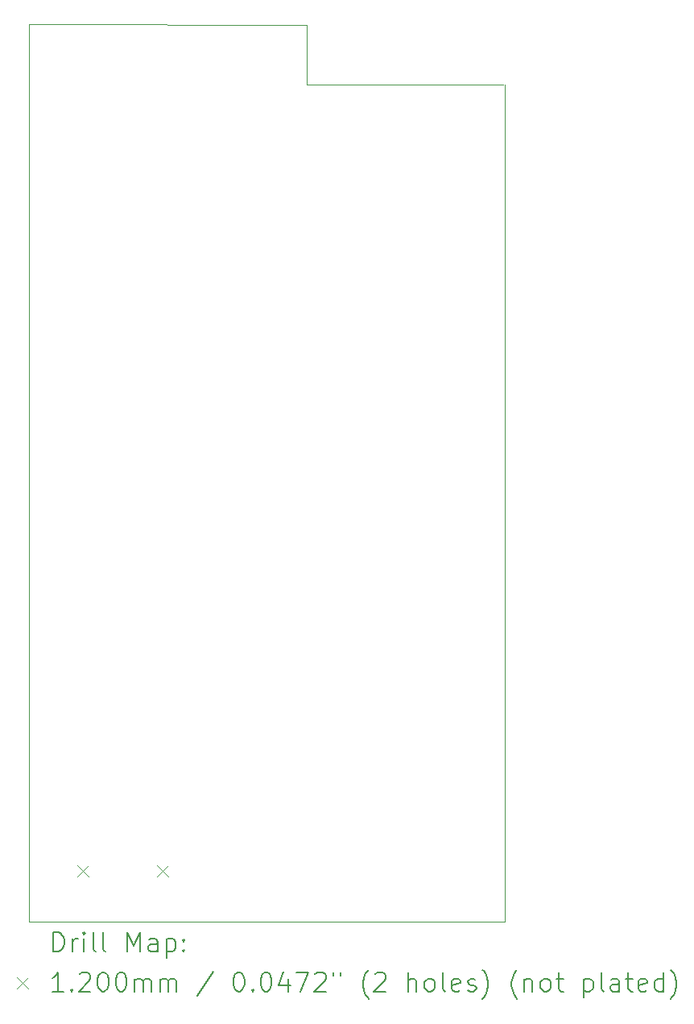
<source format=gbr>
%TF.GenerationSoftware,KiCad,Pcbnew,7.0.10-7.0.10~ubuntu23.10.1*%
%TF.CreationDate,2024-02-11T17:41:45+01:00*%
%TF.ProjectId,mainBoard,6d61696e-426f-4617-9264-2e6b69636164,rev?*%
%TF.SameCoordinates,Original*%
%TF.FileFunction,Drillmap*%
%TF.FilePolarity,Positive*%
%FSLAX45Y45*%
G04 Gerber Fmt 4.5, Leading zero omitted, Abs format (unit mm)*
G04 Created by KiCad (PCBNEW 7.0.10-7.0.10~ubuntu23.10.1) date 2024-02-11 17:41:45*
%MOMM*%
%LPD*%
G01*
G04 APERTURE LIST*
%ADD10C,0.100000*%
%ADD11C,0.200000*%
%ADD12C,0.120000*%
G04 APERTURE END LIST*
D10*
X14899720Y-5332535D02*
X16967200Y-5332535D01*
X14899720Y-4699000D02*
X14899720Y-5332535D01*
X16978720Y-14122400D02*
X11978720Y-14122400D01*
X11978720Y-4697535D02*
X14899720Y-4699000D01*
X16978720Y-5332535D02*
X16978720Y-14122400D01*
X11978720Y-14122400D02*
X11978720Y-4697535D01*
D11*
D12*
X12485120Y-13534135D02*
X12605120Y-13654135D01*
X12605120Y-13534135D02*
X12485120Y-13654135D01*
X13323320Y-13534135D02*
X13443320Y-13654135D01*
X13443320Y-13534135D02*
X13323320Y-13654135D01*
D11*
X12234497Y-14438884D02*
X12234497Y-14238884D01*
X12234497Y-14238884D02*
X12282116Y-14238884D01*
X12282116Y-14238884D02*
X12310687Y-14248408D01*
X12310687Y-14248408D02*
X12329735Y-14267455D01*
X12329735Y-14267455D02*
X12339259Y-14286503D01*
X12339259Y-14286503D02*
X12348782Y-14324598D01*
X12348782Y-14324598D02*
X12348782Y-14353169D01*
X12348782Y-14353169D02*
X12339259Y-14391265D01*
X12339259Y-14391265D02*
X12329735Y-14410312D01*
X12329735Y-14410312D02*
X12310687Y-14429360D01*
X12310687Y-14429360D02*
X12282116Y-14438884D01*
X12282116Y-14438884D02*
X12234497Y-14438884D01*
X12434497Y-14438884D02*
X12434497Y-14305550D01*
X12434497Y-14343646D02*
X12444021Y-14324598D01*
X12444021Y-14324598D02*
X12453544Y-14315074D01*
X12453544Y-14315074D02*
X12472592Y-14305550D01*
X12472592Y-14305550D02*
X12491640Y-14305550D01*
X12558306Y-14438884D02*
X12558306Y-14305550D01*
X12558306Y-14238884D02*
X12548782Y-14248408D01*
X12548782Y-14248408D02*
X12558306Y-14257931D01*
X12558306Y-14257931D02*
X12567830Y-14248408D01*
X12567830Y-14248408D02*
X12558306Y-14238884D01*
X12558306Y-14238884D02*
X12558306Y-14257931D01*
X12682116Y-14438884D02*
X12663068Y-14429360D01*
X12663068Y-14429360D02*
X12653544Y-14410312D01*
X12653544Y-14410312D02*
X12653544Y-14238884D01*
X12786878Y-14438884D02*
X12767830Y-14429360D01*
X12767830Y-14429360D02*
X12758306Y-14410312D01*
X12758306Y-14410312D02*
X12758306Y-14238884D01*
X13015449Y-14438884D02*
X13015449Y-14238884D01*
X13015449Y-14238884D02*
X13082116Y-14381741D01*
X13082116Y-14381741D02*
X13148782Y-14238884D01*
X13148782Y-14238884D02*
X13148782Y-14438884D01*
X13329735Y-14438884D02*
X13329735Y-14334122D01*
X13329735Y-14334122D02*
X13320211Y-14315074D01*
X13320211Y-14315074D02*
X13301163Y-14305550D01*
X13301163Y-14305550D02*
X13263068Y-14305550D01*
X13263068Y-14305550D02*
X13244021Y-14315074D01*
X13329735Y-14429360D02*
X13310687Y-14438884D01*
X13310687Y-14438884D02*
X13263068Y-14438884D01*
X13263068Y-14438884D02*
X13244021Y-14429360D01*
X13244021Y-14429360D02*
X13234497Y-14410312D01*
X13234497Y-14410312D02*
X13234497Y-14391265D01*
X13234497Y-14391265D02*
X13244021Y-14372217D01*
X13244021Y-14372217D02*
X13263068Y-14362693D01*
X13263068Y-14362693D02*
X13310687Y-14362693D01*
X13310687Y-14362693D02*
X13329735Y-14353169D01*
X13424973Y-14305550D02*
X13424973Y-14505550D01*
X13424973Y-14315074D02*
X13444021Y-14305550D01*
X13444021Y-14305550D02*
X13482116Y-14305550D01*
X13482116Y-14305550D02*
X13501163Y-14315074D01*
X13501163Y-14315074D02*
X13510687Y-14324598D01*
X13510687Y-14324598D02*
X13520211Y-14343646D01*
X13520211Y-14343646D02*
X13520211Y-14400788D01*
X13520211Y-14400788D02*
X13510687Y-14419836D01*
X13510687Y-14419836D02*
X13501163Y-14429360D01*
X13501163Y-14429360D02*
X13482116Y-14438884D01*
X13482116Y-14438884D02*
X13444021Y-14438884D01*
X13444021Y-14438884D02*
X13424973Y-14429360D01*
X13605925Y-14419836D02*
X13615449Y-14429360D01*
X13615449Y-14429360D02*
X13605925Y-14438884D01*
X13605925Y-14438884D02*
X13596402Y-14429360D01*
X13596402Y-14429360D02*
X13605925Y-14419836D01*
X13605925Y-14419836D02*
X13605925Y-14438884D01*
X13605925Y-14315074D02*
X13615449Y-14324598D01*
X13615449Y-14324598D02*
X13605925Y-14334122D01*
X13605925Y-14334122D02*
X13596402Y-14324598D01*
X13596402Y-14324598D02*
X13605925Y-14315074D01*
X13605925Y-14315074D02*
X13605925Y-14334122D01*
D12*
X11853720Y-14707400D02*
X11973720Y-14827400D01*
X11973720Y-14707400D02*
X11853720Y-14827400D01*
D11*
X12339259Y-14858884D02*
X12224973Y-14858884D01*
X12282116Y-14858884D02*
X12282116Y-14658884D01*
X12282116Y-14658884D02*
X12263068Y-14687455D01*
X12263068Y-14687455D02*
X12244021Y-14706503D01*
X12244021Y-14706503D02*
X12224973Y-14716027D01*
X12424973Y-14839836D02*
X12434497Y-14849360D01*
X12434497Y-14849360D02*
X12424973Y-14858884D01*
X12424973Y-14858884D02*
X12415449Y-14849360D01*
X12415449Y-14849360D02*
X12424973Y-14839836D01*
X12424973Y-14839836D02*
X12424973Y-14858884D01*
X12510687Y-14677931D02*
X12520211Y-14668408D01*
X12520211Y-14668408D02*
X12539259Y-14658884D01*
X12539259Y-14658884D02*
X12586878Y-14658884D01*
X12586878Y-14658884D02*
X12605925Y-14668408D01*
X12605925Y-14668408D02*
X12615449Y-14677931D01*
X12615449Y-14677931D02*
X12624973Y-14696979D01*
X12624973Y-14696979D02*
X12624973Y-14716027D01*
X12624973Y-14716027D02*
X12615449Y-14744598D01*
X12615449Y-14744598D02*
X12501163Y-14858884D01*
X12501163Y-14858884D02*
X12624973Y-14858884D01*
X12748782Y-14658884D02*
X12767830Y-14658884D01*
X12767830Y-14658884D02*
X12786878Y-14668408D01*
X12786878Y-14668408D02*
X12796402Y-14677931D01*
X12796402Y-14677931D02*
X12805925Y-14696979D01*
X12805925Y-14696979D02*
X12815449Y-14735074D01*
X12815449Y-14735074D02*
X12815449Y-14782693D01*
X12815449Y-14782693D02*
X12805925Y-14820788D01*
X12805925Y-14820788D02*
X12796402Y-14839836D01*
X12796402Y-14839836D02*
X12786878Y-14849360D01*
X12786878Y-14849360D02*
X12767830Y-14858884D01*
X12767830Y-14858884D02*
X12748782Y-14858884D01*
X12748782Y-14858884D02*
X12729735Y-14849360D01*
X12729735Y-14849360D02*
X12720211Y-14839836D01*
X12720211Y-14839836D02*
X12710687Y-14820788D01*
X12710687Y-14820788D02*
X12701163Y-14782693D01*
X12701163Y-14782693D02*
X12701163Y-14735074D01*
X12701163Y-14735074D02*
X12710687Y-14696979D01*
X12710687Y-14696979D02*
X12720211Y-14677931D01*
X12720211Y-14677931D02*
X12729735Y-14668408D01*
X12729735Y-14668408D02*
X12748782Y-14658884D01*
X12939259Y-14658884D02*
X12958306Y-14658884D01*
X12958306Y-14658884D02*
X12977354Y-14668408D01*
X12977354Y-14668408D02*
X12986878Y-14677931D01*
X12986878Y-14677931D02*
X12996402Y-14696979D01*
X12996402Y-14696979D02*
X13005925Y-14735074D01*
X13005925Y-14735074D02*
X13005925Y-14782693D01*
X13005925Y-14782693D02*
X12996402Y-14820788D01*
X12996402Y-14820788D02*
X12986878Y-14839836D01*
X12986878Y-14839836D02*
X12977354Y-14849360D01*
X12977354Y-14849360D02*
X12958306Y-14858884D01*
X12958306Y-14858884D02*
X12939259Y-14858884D01*
X12939259Y-14858884D02*
X12920211Y-14849360D01*
X12920211Y-14849360D02*
X12910687Y-14839836D01*
X12910687Y-14839836D02*
X12901163Y-14820788D01*
X12901163Y-14820788D02*
X12891640Y-14782693D01*
X12891640Y-14782693D02*
X12891640Y-14735074D01*
X12891640Y-14735074D02*
X12901163Y-14696979D01*
X12901163Y-14696979D02*
X12910687Y-14677931D01*
X12910687Y-14677931D02*
X12920211Y-14668408D01*
X12920211Y-14668408D02*
X12939259Y-14658884D01*
X13091640Y-14858884D02*
X13091640Y-14725550D01*
X13091640Y-14744598D02*
X13101163Y-14735074D01*
X13101163Y-14735074D02*
X13120211Y-14725550D01*
X13120211Y-14725550D02*
X13148783Y-14725550D01*
X13148783Y-14725550D02*
X13167830Y-14735074D01*
X13167830Y-14735074D02*
X13177354Y-14754122D01*
X13177354Y-14754122D02*
X13177354Y-14858884D01*
X13177354Y-14754122D02*
X13186878Y-14735074D01*
X13186878Y-14735074D02*
X13205925Y-14725550D01*
X13205925Y-14725550D02*
X13234497Y-14725550D01*
X13234497Y-14725550D02*
X13253544Y-14735074D01*
X13253544Y-14735074D02*
X13263068Y-14754122D01*
X13263068Y-14754122D02*
X13263068Y-14858884D01*
X13358306Y-14858884D02*
X13358306Y-14725550D01*
X13358306Y-14744598D02*
X13367830Y-14735074D01*
X13367830Y-14735074D02*
X13386878Y-14725550D01*
X13386878Y-14725550D02*
X13415449Y-14725550D01*
X13415449Y-14725550D02*
X13434497Y-14735074D01*
X13434497Y-14735074D02*
X13444021Y-14754122D01*
X13444021Y-14754122D02*
X13444021Y-14858884D01*
X13444021Y-14754122D02*
X13453544Y-14735074D01*
X13453544Y-14735074D02*
X13472592Y-14725550D01*
X13472592Y-14725550D02*
X13501163Y-14725550D01*
X13501163Y-14725550D02*
X13520211Y-14735074D01*
X13520211Y-14735074D02*
X13529735Y-14754122D01*
X13529735Y-14754122D02*
X13529735Y-14858884D01*
X13920211Y-14649360D02*
X13748783Y-14906503D01*
X14177354Y-14658884D02*
X14196402Y-14658884D01*
X14196402Y-14658884D02*
X14215449Y-14668408D01*
X14215449Y-14668408D02*
X14224973Y-14677931D01*
X14224973Y-14677931D02*
X14234497Y-14696979D01*
X14234497Y-14696979D02*
X14244021Y-14735074D01*
X14244021Y-14735074D02*
X14244021Y-14782693D01*
X14244021Y-14782693D02*
X14234497Y-14820788D01*
X14234497Y-14820788D02*
X14224973Y-14839836D01*
X14224973Y-14839836D02*
X14215449Y-14849360D01*
X14215449Y-14849360D02*
X14196402Y-14858884D01*
X14196402Y-14858884D02*
X14177354Y-14858884D01*
X14177354Y-14858884D02*
X14158306Y-14849360D01*
X14158306Y-14849360D02*
X14148783Y-14839836D01*
X14148783Y-14839836D02*
X14139259Y-14820788D01*
X14139259Y-14820788D02*
X14129735Y-14782693D01*
X14129735Y-14782693D02*
X14129735Y-14735074D01*
X14129735Y-14735074D02*
X14139259Y-14696979D01*
X14139259Y-14696979D02*
X14148783Y-14677931D01*
X14148783Y-14677931D02*
X14158306Y-14668408D01*
X14158306Y-14668408D02*
X14177354Y-14658884D01*
X14329735Y-14839836D02*
X14339259Y-14849360D01*
X14339259Y-14849360D02*
X14329735Y-14858884D01*
X14329735Y-14858884D02*
X14320211Y-14849360D01*
X14320211Y-14849360D02*
X14329735Y-14839836D01*
X14329735Y-14839836D02*
X14329735Y-14858884D01*
X14463068Y-14658884D02*
X14482116Y-14658884D01*
X14482116Y-14658884D02*
X14501164Y-14668408D01*
X14501164Y-14668408D02*
X14510687Y-14677931D01*
X14510687Y-14677931D02*
X14520211Y-14696979D01*
X14520211Y-14696979D02*
X14529735Y-14735074D01*
X14529735Y-14735074D02*
X14529735Y-14782693D01*
X14529735Y-14782693D02*
X14520211Y-14820788D01*
X14520211Y-14820788D02*
X14510687Y-14839836D01*
X14510687Y-14839836D02*
X14501164Y-14849360D01*
X14501164Y-14849360D02*
X14482116Y-14858884D01*
X14482116Y-14858884D02*
X14463068Y-14858884D01*
X14463068Y-14858884D02*
X14444021Y-14849360D01*
X14444021Y-14849360D02*
X14434497Y-14839836D01*
X14434497Y-14839836D02*
X14424973Y-14820788D01*
X14424973Y-14820788D02*
X14415449Y-14782693D01*
X14415449Y-14782693D02*
X14415449Y-14735074D01*
X14415449Y-14735074D02*
X14424973Y-14696979D01*
X14424973Y-14696979D02*
X14434497Y-14677931D01*
X14434497Y-14677931D02*
X14444021Y-14668408D01*
X14444021Y-14668408D02*
X14463068Y-14658884D01*
X14701164Y-14725550D02*
X14701164Y-14858884D01*
X14653545Y-14649360D02*
X14605926Y-14792217D01*
X14605926Y-14792217D02*
X14729735Y-14792217D01*
X14786878Y-14658884D02*
X14920211Y-14658884D01*
X14920211Y-14658884D02*
X14834497Y-14858884D01*
X14986878Y-14677931D02*
X14996402Y-14668408D01*
X14996402Y-14668408D02*
X15015449Y-14658884D01*
X15015449Y-14658884D02*
X15063068Y-14658884D01*
X15063068Y-14658884D02*
X15082116Y-14668408D01*
X15082116Y-14668408D02*
X15091640Y-14677931D01*
X15091640Y-14677931D02*
X15101164Y-14696979D01*
X15101164Y-14696979D02*
X15101164Y-14716027D01*
X15101164Y-14716027D02*
X15091640Y-14744598D01*
X15091640Y-14744598D02*
X14977354Y-14858884D01*
X14977354Y-14858884D02*
X15101164Y-14858884D01*
X15177354Y-14658884D02*
X15177354Y-14696979D01*
X15253545Y-14658884D02*
X15253545Y-14696979D01*
X15548783Y-14935074D02*
X15539259Y-14925550D01*
X15539259Y-14925550D02*
X15520211Y-14896979D01*
X15520211Y-14896979D02*
X15510688Y-14877931D01*
X15510688Y-14877931D02*
X15501164Y-14849360D01*
X15501164Y-14849360D02*
X15491640Y-14801741D01*
X15491640Y-14801741D02*
X15491640Y-14763646D01*
X15491640Y-14763646D02*
X15501164Y-14716027D01*
X15501164Y-14716027D02*
X15510688Y-14687455D01*
X15510688Y-14687455D02*
X15520211Y-14668408D01*
X15520211Y-14668408D02*
X15539259Y-14639836D01*
X15539259Y-14639836D02*
X15548783Y-14630312D01*
X15615449Y-14677931D02*
X15624973Y-14668408D01*
X15624973Y-14668408D02*
X15644021Y-14658884D01*
X15644021Y-14658884D02*
X15691640Y-14658884D01*
X15691640Y-14658884D02*
X15710688Y-14668408D01*
X15710688Y-14668408D02*
X15720211Y-14677931D01*
X15720211Y-14677931D02*
X15729735Y-14696979D01*
X15729735Y-14696979D02*
X15729735Y-14716027D01*
X15729735Y-14716027D02*
X15720211Y-14744598D01*
X15720211Y-14744598D02*
X15605926Y-14858884D01*
X15605926Y-14858884D02*
X15729735Y-14858884D01*
X15967830Y-14858884D02*
X15967830Y-14658884D01*
X16053545Y-14858884D02*
X16053545Y-14754122D01*
X16053545Y-14754122D02*
X16044021Y-14735074D01*
X16044021Y-14735074D02*
X16024973Y-14725550D01*
X16024973Y-14725550D02*
X15996402Y-14725550D01*
X15996402Y-14725550D02*
X15977354Y-14735074D01*
X15977354Y-14735074D02*
X15967830Y-14744598D01*
X16177354Y-14858884D02*
X16158307Y-14849360D01*
X16158307Y-14849360D02*
X16148783Y-14839836D01*
X16148783Y-14839836D02*
X16139259Y-14820788D01*
X16139259Y-14820788D02*
X16139259Y-14763646D01*
X16139259Y-14763646D02*
X16148783Y-14744598D01*
X16148783Y-14744598D02*
X16158307Y-14735074D01*
X16158307Y-14735074D02*
X16177354Y-14725550D01*
X16177354Y-14725550D02*
X16205926Y-14725550D01*
X16205926Y-14725550D02*
X16224973Y-14735074D01*
X16224973Y-14735074D02*
X16234497Y-14744598D01*
X16234497Y-14744598D02*
X16244021Y-14763646D01*
X16244021Y-14763646D02*
X16244021Y-14820788D01*
X16244021Y-14820788D02*
X16234497Y-14839836D01*
X16234497Y-14839836D02*
X16224973Y-14849360D01*
X16224973Y-14849360D02*
X16205926Y-14858884D01*
X16205926Y-14858884D02*
X16177354Y-14858884D01*
X16358307Y-14858884D02*
X16339259Y-14849360D01*
X16339259Y-14849360D02*
X16329735Y-14830312D01*
X16329735Y-14830312D02*
X16329735Y-14658884D01*
X16510688Y-14849360D02*
X16491640Y-14858884D01*
X16491640Y-14858884D02*
X16453545Y-14858884D01*
X16453545Y-14858884D02*
X16434497Y-14849360D01*
X16434497Y-14849360D02*
X16424973Y-14830312D01*
X16424973Y-14830312D02*
X16424973Y-14754122D01*
X16424973Y-14754122D02*
X16434497Y-14735074D01*
X16434497Y-14735074D02*
X16453545Y-14725550D01*
X16453545Y-14725550D02*
X16491640Y-14725550D01*
X16491640Y-14725550D02*
X16510688Y-14735074D01*
X16510688Y-14735074D02*
X16520211Y-14754122D01*
X16520211Y-14754122D02*
X16520211Y-14773169D01*
X16520211Y-14773169D02*
X16424973Y-14792217D01*
X16596402Y-14849360D02*
X16615450Y-14858884D01*
X16615450Y-14858884D02*
X16653545Y-14858884D01*
X16653545Y-14858884D02*
X16672592Y-14849360D01*
X16672592Y-14849360D02*
X16682116Y-14830312D01*
X16682116Y-14830312D02*
X16682116Y-14820788D01*
X16682116Y-14820788D02*
X16672592Y-14801741D01*
X16672592Y-14801741D02*
X16653545Y-14792217D01*
X16653545Y-14792217D02*
X16624973Y-14792217D01*
X16624973Y-14792217D02*
X16605926Y-14782693D01*
X16605926Y-14782693D02*
X16596402Y-14763646D01*
X16596402Y-14763646D02*
X16596402Y-14754122D01*
X16596402Y-14754122D02*
X16605926Y-14735074D01*
X16605926Y-14735074D02*
X16624973Y-14725550D01*
X16624973Y-14725550D02*
X16653545Y-14725550D01*
X16653545Y-14725550D02*
X16672592Y-14735074D01*
X16748783Y-14935074D02*
X16758307Y-14925550D01*
X16758307Y-14925550D02*
X16777354Y-14896979D01*
X16777354Y-14896979D02*
X16786878Y-14877931D01*
X16786878Y-14877931D02*
X16796402Y-14849360D01*
X16796402Y-14849360D02*
X16805926Y-14801741D01*
X16805926Y-14801741D02*
X16805926Y-14763646D01*
X16805926Y-14763646D02*
X16796402Y-14716027D01*
X16796402Y-14716027D02*
X16786878Y-14687455D01*
X16786878Y-14687455D02*
X16777354Y-14668408D01*
X16777354Y-14668408D02*
X16758307Y-14639836D01*
X16758307Y-14639836D02*
X16748783Y-14630312D01*
X17110688Y-14935074D02*
X17101164Y-14925550D01*
X17101164Y-14925550D02*
X17082116Y-14896979D01*
X17082116Y-14896979D02*
X17072593Y-14877931D01*
X17072593Y-14877931D02*
X17063069Y-14849360D01*
X17063069Y-14849360D02*
X17053545Y-14801741D01*
X17053545Y-14801741D02*
X17053545Y-14763646D01*
X17053545Y-14763646D02*
X17063069Y-14716027D01*
X17063069Y-14716027D02*
X17072593Y-14687455D01*
X17072593Y-14687455D02*
X17082116Y-14668408D01*
X17082116Y-14668408D02*
X17101164Y-14639836D01*
X17101164Y-14639836D02*
X17110688Y-14630312D01*
X17186878Y-14725550D02*
X17186878Y-14858884D01*
X17186878Y-14744598D02*
X17196402Y-14735074D01*
X17196402Y-14735074D02*
X17215450Y-14725550D01*
X17215450Y-14725550D02*
X17244021Y-14725550D01*
X17244021Y-14725550D02*
X17263069Y-14735074D01*
X17263069Y-14735074D02*
X17272593Y-14754122D01*
X17272593Y-14754122D02*
X17272593Y-14858884D01*
X17396402Y-14858884D02*
X17377354Y-14849360D01*
X17377354Y-14849360D02*
X17367831Y-14839836D01*
X17367831Y-14839836D02*
X17358307Y-14820788D01*
X17358307Y-14820788D02*
X17358307Y-14763646D01*
X17358307Y-14763646D02*
X17367831Y-14744598D01*
X17367831Y-14744598D02*
X17377354Y-14735074D01*
X17377354Y-14735074D02*
X17396402Y-14725550D01*
X17396402Y-14725550D02*
X17424974Y-14725550D01*
X17424974Y-14725550D02*
X17444021Y-14735074D01*
X17444021Y-14735074D02*
X17453545Y-14744598D01*
X17453545Y-14744598D02*
X17463069Y-14763646D01*
X17463069Y-14763646D02*
X17463069Y-14820788D01*
X17463069Y-14820788D02*
X17453545Y-14839836D01*
X17453545Y-14839836D02*
X17444021Y-14849360D01*
X17444021Y-14849360D02*
X17424974Y-14858884D01*
X17424974Y-14858884D02*
X17396402Y-14858884D01*
X17520212Y-14725550D02*
X17596402Y-14725550D01*
X17548783Y-14658884D02*
X17548783Y-14830312D01*
X17548783Y-14830312D02*
X17558307Y-14849360D01*
X17558307Y-14849360D02*
X17577354Y-14858884D01*
X17577354Y-14858884D02*
X17596402Y-14858884D01*
X17815450Y-14725550D02*
X17815450Y-14925550D01*
X17815450Y-14735074D02*
X17834497Y-14725550D01*
X17834497Y-14725550D02*
X17872593Y-14725550D01*
X17872593Y-14725550D02*
X17891640Y-14735074D01*
X17891640Y-14735074D02*
X17901164Y-14744598D01*
X17901164Y-14744598D02*
X17910688Y-14763646D01*
X17910688Y-14763646D02*
X17910688Y-14820788D01*
X17910688Y-14820788D02*
X17901164Y-14839836D01*
X17901164Y-14839836D02*
X17891640Y-14849360D01*
X17891640Y-14849360D02*
X17872593Y-14858884D01*
X17872593Y-14858884D02*
X17834497Y-14858884D01*
X17834497Y-14858884D02*
X17815450Y-14849360D01*
X18024974Y-14858884D02*
X18005926Y-14849360D01*
X18005926Y-14849360D02*
X17996402Y-14830312D01*
X17996402Y-14830312D02*
X17996402Y-14658884D01*
X18186878Y-14858884D02*
X18186878Y-14754122D01*
X18186878Y-14754122D02*
X18177355Y-14735074D01*
X18177355Y-14735074D02*
X18158307Y-14725550D01*
X18158307Y-14725550D02*
X18120212Y-14725550D01*
X18120212Y-14725550D02*
X18101164Y-14735074D01*
X18186878Y-14849360D02*
X18167831Y-14858884D01*
X18167831Y-14858884D02*
X18120212Y-14858884D01*
X18120212Y-14858884D02*
X18101164Y-14849360D01*
X18101164Y-14849360D02*
X18091640Y-14830312D01*
X18091640Y-14830312D02*
X18091640Y-14811265D01*
X18091640Y-14811265D02*
X18101164Y-14792217D01*
X18101164Y-14792217D02*
X18120212Y-14782693D01*
X18120212Y-14782693D02*
X18167831Y-14782693D01*
X18167831Y-14782693D02*
X18186878Y-14773169D01*
X18253545Y-14725550D02*
X18329735Y-14725550D01*
X18282116Y-14658884D02*
X18282116Y-14830312D01*
X18282116Y-14830312D02*
X18291640Y-14849360D01*
X18291640Y-14849360D02*
X18310688Y-14858884D01*
X18310688Y-14858884D02*
X18329735Y-14858884D01*
X18472593Y-14849360D02*
X18453545Y-14858884D01*
X18453545Y-14858884D02*
X18415450Y-14858884D01*
X18415450Y-14858884D02*
X18396402Y-14849360D01*
X18396402Y-14849360D02*
X18386878Y-14830312D01*
X18386878Y-14830312D02*
X18386878Y-14754122D01*
X18386878Y-14754122D02*
X18396402Y-14735074D01*
X18396402Y-14735074D02*
X18415450Y-14725550D01*
X18415450Y-14725550D02*
X18453545Y-14725550D01*
X18453545Y-14725550D02*
X18472593Y-14735074D01*
X18472593Y-14735074D02*
X18482116Y-14754122D01*
X18482116Y-14754122D02*
X18482116Y-14773169D01*
X18482116Y-14773169D02*
X18386878Y-14792217D01*
X18653545Y-14858884D02*
X18653545Y-14658884D01*
X18653545Y-14849360D02*
X18634497Y-14858884D01*
X18634497Y-14858884D02*
X18596402Y-14858884D01*
X18596402Y-14858884D02*
X18577355Y-14849360D01*
X18577355Y-14849360D02*
X18567831Y-14839836D01*
X18567831Y-14839836D02*
X18558307Y-14820788D01*
X18558307Y-14820788D02*
X18558307Y-14763646D01*
X18558307Y-14763646D02*
X18567831Y-14744598D01*
X18567831Y-14744598D02*
X18577355Y-14735074D01*
X18577355Y-14735074D02*
X18596402Y-14725550D01*
X18596402Y-14725550D02*
X18634497Y-14725550D01*
X18634497Y-14725550D02*
X18653545Y-14735074D01*
X18729736Y-14935074D02*
X18739259Y-14925550D01*
X18739259Y-14925550D02*
X18758307Y-14896979D01*
X18758307Y-14896979D02*
X18767831Y-14877931D01*
X18767831Y-14877931D02*
X18777355Y-14849360D01*
X18777355Y-14849360D02*
X18786878Y-14801741D01*
X18786878Y-14801741D02*
X18786878Y-14763646D01*
X18786878Y-14763646D02*
X18777355Y-14716027D01*
X18777355Y-14716027D02*
X18767831Y-14687455D01*
X18767831Y-14687455D02*
X18758307Y-14668408D01*
X18758307Y-14668408D02*
X18739259Y-14639836D01*
X18739259Y-14639836D02*
X18729736Y-14630312D01*
M02*

</source>
